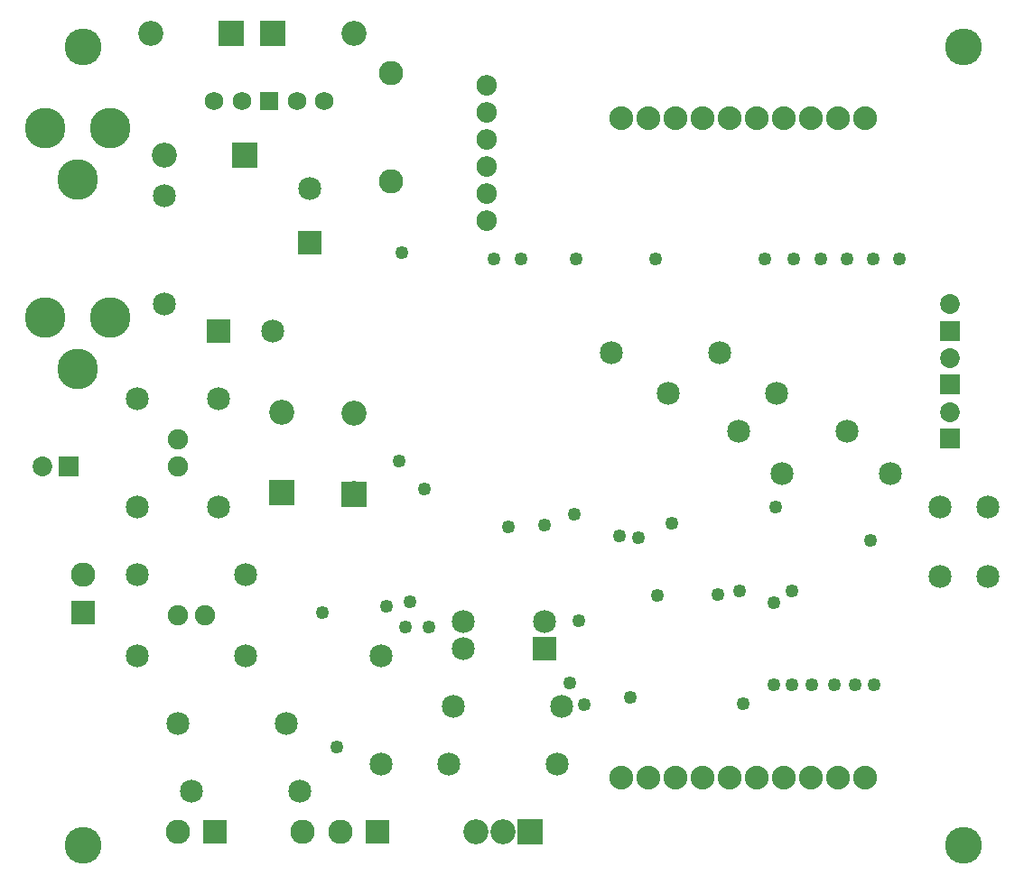
<source format=gts>
G04 MADE WITH FRITZING*
G04 WWW.FRITZING.ORG*
G04 DOUBLE SIDED*
G04 HOLES PLATED*
G04 CONTOUR ON CENTER OF CONTOUR VECTOR*
%ASAXBY*%
%FSLAX23Y23*%
%MOIN*%
%OFA0B0*%
%SFA1.0B1.0*%
%ADD10C,0.049370*%
%ADD11C,0.135984*%
%ADD12C,0.090000*%
%ADD13C,0.092000*%
%ADD14C,0.085000*%
%ADD15C,0.075000*%
%ADD16C,0.069000*%
%ADD17C,0.150000*%
%ADD18C,0.072992*%
%ADD19C,0.088000*%
%ADD20R,0.092000X0.092000*%
%ADD21R,0.085000X0.085000*%
%ADD22R,0.090000X0.090000*%
%ADD23R,0.069889X0.069000*%
%ADD24R,0.072992X0.072992*%
%ADD25R,0.001000X0.001000*%
%LNMASK1*%
G90*
G70*
G54D10*
X2224Y1349D03*
X2418Y1396D03*
X2295Y1341D03*
X1366Y1089D03*
X2366Y1128D03*
X2043Y806D03*
X1815Y1380D03*
X3153Y1333D03*
X1413Y1624D03*
X2059Y1428D03*
X2681Y727D03*
X1507Y1522D03*
X1523Y1010D03*
X1948Y1388D03*
X1129Y1065D03*
X1452Y1105D03*
X2094Y724D03*
X1437Y1010D03*
X2802Y1456D03*
X2074Y1034D03*
X2267Y750D03*
X1181Y569D03*
X1421Y2396D03*
G54D11*
X3494Y3154D03*
X244Y3154D03*
X3494Y204D03*
X244Y204D03*
G54D12*
X1381Y3058D03*
X1381Y2658D03*
G54D13*
X1894Y254D03*
X1794Y254D03*
X1694Y254D03*
G54D14*
X1949Y932D03*
X1649Y932D03*
X1949Y1032D03*
X1649Y1032D03*
X3409Y1199D03*
X3409Y1455D03*
X3586Y1199D03*
X3586Y1455D03*
G54D12*
X1332Y254D03*
X1194Y254D03*
X1057Y254D03*
X244Y1066D03*
X244Y1204D03*
X732Y254D03*
X594Y254D03*
G54D15*
X594Y1054D03*
X694Y1054D03*
X594Y1054D03*
X694Y1054D03*
X594Y1704D03*
X594Y1604D03*
X594Y1704D03*
X594Y1604D03*
G54D14*
X744Y2104D03*
X944Y2104D03*
X1082Y2432D03*
X1082Y2632D03*
G54D16*
X729Y2955D03*
X831Y2955D03*
X933Y2955D03*
X1034Y2955D03*
X1136Y2955D03*
G54D17*
X344Y2154D03*
X104Y2154D03*
X224Y1964D03*
X344Y2854D03*
X104Y2854D03*
X224Y2664D03*
G54D13*
X946Y3204D03*
X1244Y3204D03*
X842Y2754D03*
X544Y2754D03*
X1244Y1504D03*
X1244Y1802D03*
X980Y1508D03*
X980Y1806D03*
X792Y3204D03*
X494Y3204D03*
G54D14*
X1044Y404D03*
X644Y404D03*
X444Y1204D03*
X844Y1204D03*
X844Y904D03*
X444Y904D03*
X744Y1454D03*
X744Y1854D03*
X444Y1854D03*
X444Y1454D03*
X994Y654D03*
X594Y654D03*
X2824Y1577D03*
X3224Y1577D03*
X2194Y2026D03*
X2594Y2026D03*
X2407Y1876D03*
X2807Y1876D03*
X2666Y1735D03*
X3066Y1735D03*
X1611Y719D03*
X2011Y719D03*
X1594Y504D03*
X1994Y504D03*
X1344Y904D03*
X1344Y504D03*
X544Y2604D03*
X544Y2204D03*
G54D18*
X3444Y2105D03*
X3444Y2204D03*
X3444Y1907D03*
X3444Y2005D03*
X3444Y1707D03*
X3444Y1805D03*
X193Y1604D03*
X94Y1604D03*
G54D19*
X3132Y2892D03*
X3032Y2892D03*
X2932Y2892D03*
X2832Y2892D03*
X2732Y2892D03*
X2632Y2892D03*
X2532Y2892D03*
X2432Y2892D03*
X2332Y2892D03*
X2232Y2892D03*
X3132Y2892D03*
X3032Y2892D03*
X2932Y2892D03*
X2832Y2892D03*
X2732Y2892D03*
X2632Y2892D03*
X2532Y2892D03*
X2432Y2892D03*
X2332Y2892D03*
X2232Y2892D03*
X3131Y455D03*
X3031Y455D03*
X2931Y455D03*
X2831Y455D03*
X2731Y455D03*
X2631Y455D03*
X2531Y455D03*
X2431Y455D03*
X2331Y455D03*
X2231Y455D03*
X3131Y455D03*
X3031Y455D03*
X2931Y455D03*
X2831Y455D03*
X2731Y455D03*
X2631Y455D03*
X2531Y455D03*
X2431Y455D03*
X2331Y455D03*
X2231Y455D03*
G54D10*
X1763Y2372D03*
X1862Y2372D03*
X2066Y2372D03*
X2358Y2372D03*
X2763Y2372D03*
X2870Y2372D03*
X2968Y2372D03*
X3066Y2372D03*
X3161Y2372D03*
X3259Y2372D03*
X2590Y1132D03*
X2795Y1101D03*
X2669Y1144D03*
X2862Y1144D03*
X2795Y798D03*
X2862Y798D03*
X2937Y798D03*
X3019Y798D03*
X3094Y798D03*
X3165Y798D03*
G54D20*
X1894Y254D03*
G54D21*
X1949Y932D03*
G54D22*
X1332Y254D03*
X244Y1066D03*
X732Y254D03*
G54D21*
X744Y2104D03*
X1082Y2432D03*
G54D23*
X933Y2955D03*
G54D20*
X945Y3204D03*
X843Y2754D03*
X1244Y1503D03*
X980Y1507D03*
X793Y3204D03*
G54D24*
X3444Y2105D03*
X3444Y1907D03*
X3444Y1707D03*
X193Y1604D03*
G54D25*
X1729Y3050D02*
X1742Y3050D01*
X1725Y3049D02*
X1746Y3049D01*
X1722Y3048D02*
X1749Y3048D01*
X1719Y3047D02*
X1751Y3047D01*
X1717Y3046D02*
X1753Y3046D01*
X1716Y3045D02*
X1755Y3045D01*
X1714Y3044D02*
X1756Y3044D01*
X1713Y3043D02*
X1757Y3043D01*
X1712Y3042D02*
X1759Y3042D01*
X1710Y3041D02*
X1760Y3041D01*
X1709Y3040D02*
X1761Y3040D01*
X1708Y3039D02*
X1762Y3039D01*
X1707Y3038D02*
X1763Y3038D01*
X1707Y3037D02*
X1764Y3037D01*
X1706Y3036D02*
X1765Y3036D01*
X1705Y3035D02*
X1765Y3035D01*
X1704Y3034D02*
X1766Y3034D01*
X1704Y3033D02*
X1767Y3033D01*
X1703Y3032D02*
X1767Y3032D01*
X1702Y3031D02*
X1768Y3031D01*
X1702Y3030D02*
X1768Y3030D01*
X1701Y3029D02*
X1769Y3029D01*
X1701Y3028D02*
X1769Y3028D01*
X1701Y3027D02*
X1770Y3027D01*
X1700Y3026D02*
X1770Y3026D01*
X1700Y3025D02*
X1771Y3025D01*
X1699Y3024D02*
X1771Y3024D01*
X1699Y3023D02*
X1771Y3023D01*
X1699Y3022D02*
X1771Y3022D01*
X1699Y3021D02*
X1772Y3021D01*
X1698Y3020D02*
X1772Y3020D01*
X1698Y3019D02*
X1772Y3019D01*
X1698Y3018D02*
X1772Y3018D01*
X1698Y3017D02*
X1772Y3017D01*
X1698Y3016D02*
X1772Y3016D01*
X1698Y3015D02*
X1773Y3015D01*
X1698Y3014D02*
X1773Y3014D01*
X1698Y3013D02*
X1773Y3013D01*
X1698Y3012D02*
X1773Y3012D01*
X1698Y3011D02*
X1773Y3011D01*
X1698Y3010D02*
X1773Y3010D01*
X1698Y3009D02*
X1772Y3009D01*
X1698Y3008D02*
X1772Y3008D01*
X1698Y3007D02*
X1772Y3007D01*
X1698Y3006D02*
X1772Y3006D01*
X1699Y3005D02*
X1772Y3005D01*
X1699Y3004D02*
X1772Y3004D01*
X1699Y3003D02*
X1771Y3003D01*
X1699Y3002D02*
X1771Y3002D01*
X1700Y3001D02*
X1771Y3001D01*
X1700Y3000D02*
X1770Y3000D01*
X1700Y2999D02*
X1770Y2999D01*
X1701Y2998D02*
X1770Y2998D01*
X1701Y2997D02*
X1769Y2997D01*
X1702Y2996D02*
X1769Y2996D01*
X1702Y2995D02*
X1768Y2995D01*
X1703Y2994D02*
X1768Y2994D01*
X1703Y2993D02*
X1767Y2993D01*
X1704Y2992D02*
X1766Y2992D01*
X1705Y2991D02*
X1766Y2991D01*
X1705Y2990D02*
X1765Y2990D01*
X1706Y2989D02*
X1764Y2989D01*
X1707Y2988D02*
X1763Y2988D01*
X1708Y2987D02*
X1763Y2987D01*
X1709Y2986D02*
X1762Y2986D01*
X1710Y2985D02*
X1761Y2985D01*
X1711Y2984D02*
X1759Y2984D01*
X1712Y2983D02*
X1758Y2983D01*
X1714Y2982D02*
X1757Y2982D01*
X1715Y2981D02*
X1755Y2981D01*
X1717Y2980D02*
X1754Y2980D01*
X1718Y2979D02*
X1752Y2979D01*
X1720Y2978D02*
X1750Y2978D01*
X1723Y2977D02*
X1747Y2977D01*
X1726Y2976D02*
X1744Y2976D01*
X1732Y2975D02*
X1739Y2975D01*
X1729Y2950D02*
X1742Y2950D01*
X1725Y2949D02*
X1746Y2949D01*
X1722Y2948D02*
X1749Y2948D01*
X1719Y2947D02*
X1751Y2947D01*
X1717Y2946D02*
X1753Y2946D01*
X1716Y2945D02*
X1755Y2945D01*
X1714Y2944D02*
X1756Y2944D01*
X1713Y2943D02*
X1758Y2943D01*
X1712Y2942D02*
X1759Y2942D01*
X1710Y2941D02*
X1760Y2941D01*
X1709Y2940D02*
X1761Y2940D01*
X1708Y2939D02*
X1762Y2939D01*
X1707Y2938D02*
X1763Y2938D01*
X1707Y2937D02*
X1764Y2937D01*
X1706Y2936D02*
X1765Y2936D01*
X1705Y2935D02*
X1765Y2935D01*
X1704Y2934D02*
X1766Y2934D01*
X1704Y2933D02*
X1767Y2933D01*
X1703Y2932D02*
X1767Y2932D01*
X1702Y2931D02*
X1768Y2931D01*
X1702Y2930D02*
X1768Y2930D01*
X1701Y2929D02*
X1769Y2929D01*
X1701Y2928D02*
X1769Y2928D01*
X1701Y2927D02*
X1770Y2927D01*
X1700Y2926D02*
X1770Y2926D01*
X1700Y2925D02*
X1771Y2925D01*
X1699Y2924D02*
X1771Y2924D01*
X1699Y2923D02*
X1771Y2923D01*
X1699Y2922D02*
X1771Y2922D01*
X1699Y2921D02*
X1772Y2921D01*
X1698Y2920D02*
X1772Y2920D01*
X1698Y2919D02*
X1772Y2919D01*
X1698Y2918D02*
X1772Y2918D01*
X1698Y2917D02*
X1772Y2917D01*
X1698Y2916D02*
X1772Y2916D01*
X1698Y2915D02*
X1773Y2915D01*
X1698Y2914D02*
X1773Y2914D01*
X1698Y2913D02*
X1773Y2913D01*
X1698Y2912D02*
X1773Y2912D01*
X1698Y2911D02*
X1773Y2911D01*
X1698Y2910D02*
X1773Y2910D01*
X1698Y2909D02*
X1772Y2909D01*
X1698Y2908D02*
X1772Y2908D01*
X1698Y2907D02*
X1772Y2907D01*
X1698Y2906D02*
X1772Y2906D01*
X1699Y2905D02*
X1772Y2905D01*
X1699Y2904D02*
X1772Y2904D01*
X1699Y2903D02*
X1771Y2903D01*
X1699Y2902D02*
X1771Y2902D01*
X1700Y2901D02*
X1771Y2901D01*
X1700Y2900D02*
X1770Y2900D01*
X1700Y2899D02*
X1770Y2899D01*
X1701Y2898D02*
X1770Y2898D01*
X1701Y2897D02*
X1769Y2897D01*
X1702Y2896D02*
X1769Y2896D01*
X1702Y2895D02*
X1768Y2895D01*
X1703Y2894D02*
X1768Y2894D01*
X1703Y2893D02*
X1767Y2893D01*
X1704Y2892D02*
X1766Y2892D01*
X1705Y2891D02*
X1766Y2891D01*
X1705Y2890D02*
X1765Y2890D01*
X1706Y2889D02*
X1764Y2889D01*
X1707Y2888D02*
X1763Y2888D01*
X1708Y2887D02*
X1763Y2887D01*
X1709Y2886D02*
X1762Y2886D01*
X1710Y2885D02*
X1761Y2885D01*
X1711Y2884D02*
X1759Y2884D01*
X1712Y2883D02*
X1758Y2883D01*
X1714Y2882D02*
X1757Y2882D01*
X1715Y2881D02*
X1755Y2881D01*
X1717Y2880D02*
X1754Y2880D01*
X1718Y2879D02*
X1752Y2879D01*
X1720Y2878D02*
X1750Y2878D01*
X1723Y2877D02*
X1747Y2877D01*
X1726Y2876D02*
X1744Y2876D01*
X1732Y2875D02*
X1739Y2875D01*
X1729Y2850D02*
X1742Y2850D01*
X1724Y2849D02*
X1746Y2849D01*
X1722Y2848D02*
X1749Y2848D01*
X1719Y2847D02*
X1751Y2847D01*
X1717Y2846D02*
X1753Y2846D01*
X1716Y2845D02*
X1755Y2845D01*
X1714Y2844D02*
X1756Y2844D01*
X1713Y2843D02*
X1758Y2843D01*
X1712Y2842D02*
X1759Y2842D01*
X1710Y2841D02*
X1760Y2841D01*
X1709Y2840D02*
X1761Y2840D01*
X1708Y2839D02*
X1762Y2839D01*
X1707Y2838D02*
X1763Y2838D01*
X1707Y2837D02*
X1764Y2837D01*
X1706Y2836D02*
X1765Y2836D01*
X1705Y2835D02*
X1765Y2835D01*
X1704Y2834D02*
X1766Y2834D01*
X1704Y2833D02*
X1767Y2833D01*
X1703Y2832D02*
X1767Y2832D01*
X1702Y2831D02*
X1768Y2831D01*
X1702Y2830D02*
X1769Y2830D01*
X1701Y2829D02*
X1769Y2829D01*
X1701Y2828D02*
X1769Y2828D01*
X1701Y2827D02*
X1770Y2827D01*
X1700Y2826D02*
X1770Y2826D01*
X1700Y2825D02*
X1771Y2825D01*
X1699Y2824D02*
X1771Y2824D01*
X1699Y2823D02*
X1771Y2823D01*
X1699Y2822D02*
X1771Y2822D01*
X1699Y2821D02*
X1772Y2821D01*
X1698Y2820D02*
X1772Y2820D01*
X1698Y2819D02*
X1772Y2819D01*
X1698Y2818D02*
X1772Y2818D01*
X1698Y2817D02*
X1772Y2817D01*
X1698Y2816D02*
X1773Y2816D01*
X1698Y2815D02*
X1773Y2815D01*
X1698Y2814D02*
X1773Y2814D01*
X1698Y2813D02*
X1773Y2813D01*
X1698Y2812D02*
X1773Y2812D01*
X1698Y2811D02*
X1773Y2811D01*
X1698Y2810D02*
X1773Y2810D01*
X1698Y2809D02*
X1772Y2809D01*
X1698Y2808D02*
X1772Y2808D01*
X1698Y2807D02*
X1772Y2807D01*
X1698Y2806D02*
X1772Y2806D01*
X1699Y2805D02*
X1772Y2805D01*
X1699Y2804D02*
X1772Y2804D01*
X1699Y2803D02*
X1771Y2803D01*
X1699Y2802D02*
X1771Y2802D01*
X1700Y2801D02*
X1771Y2801D01*
X1700Y2800D02*
X1770Y2800D01*
X1700Y2799D02*
X1770Y2799D01*
X1701Y2798D02*
X1770Y2798D01*
X1701Y2797D02*
X1769Y2797D01*
X1702Y2796D02*
X1769Y2796D01*
X1702Y2795D02*
X1768Y2795D01*
X1703Y2794D02*
X1768Y2794D01*
X1703Y2793D02*
X1767Y2793D01*
X1704Y2792D02*
X1766Y2792D01*
X1705Y2791D02*
X1766Y2791D01*
X1705Y2790D02*
X1765Y2790D01*
X1706Y2789D02*
X1764Y2789D01*
X1707Y2788D02*
X1763Y2788D01*
X1708Y2787D02*
X1763Y2787D01*
X1709Y2786D02*
X1762Y2786D01*
X1710Y2785D02*
X1761Y2785D01*
X1711Y2784D02*
X1759Y2784D01*
X1712Y2783D02*
X1758Y2783D01*
X1714Y2782D02*
X1757Y2782D01*
X1715Y2781D02*
X1755Y2781D01*
X1717Y2780D02*
X1754Y2780D01*
X1718Y2779D02*
X1752Y2779D01*
X1720Y2778D02*
X1750Y2778D01*
X1723Y2777D02*
X1747Y2777D01*
X1727Y2776D02*
X1744Y2776D01*
X1732Y2775D02*
X1738Y2775D01*
X1729Y2750D02*
X1742Y2750D01*
X1724Y2749D02*
X1746Y2749D01*
X1722Y2748D02*
X1749Y2748D01*
X1719Y2747D02*
X1751Y2747D01*
X1717Y2746D02*
X1753Y2746D01*
X1716Y2745D02*
X1755Y2745D01*
X1714Y2744D02*
X1756Y2744D01*
X1713Y2743D02*
X1758Y2743D01*
X1712Y2742D02*
X1759Y2742D01*
X1710Y2741D02*
X1760Y2741D01*
X1709Y2740D02*
X1761Y2740D01*
X1708Y2739D02*
X1762Y2739D01*
X1707Y2738D02*
X1763Y2738D01*
X1707Y2737D02*
X1764Y2737D01*
X1706Y2736D02*
X1765Y2736D01*
X1705Y2735D02*
X1765Y2735D01*
X1704Y2734D02*
X1766Y2734D01*
X1704Y2733D02*
X1767Y2733D01*
X1703Y2732D02*
X1767Y2732D01*
X1702Y2731D02*
X1768Y2731D01*
X1702Y2730D02*
X1768Y2730D01*
X1701Y2729D02*
X1769Y2729D01*
X1701Y2728D02*
X1769Y2728D01*
X1701Y2727D02*
X1770Y2727D01*
X1700Y2726D02*
X1770Y2726D01*
X1700Y2725D02*
X1771Y2725D01*
X1699Y2724D02*
X1771Y2724D01*
X1699Y2723D02*
X1771Y2723D01*
X1699Y2722D02*
X1771Y2722D01*
X1699Y2721D02*
X1772Y2721D01*
X1698Y2720D02*
X1772Y2720D01*
X1698Y2719D02*
X1772Y2719D01*
X1698Y2718D02*
X1772Y2718D01*
X1698Y2717D02*
X1772Y2717D01*
X1698Y2716D02*
X1773Y2716D01*
X1698Y2715D02*
X1773Y2715D01*
X1698Y2714D02*
X1773Y2714D01*
X1698Y2713D02*
X1773Y2713D01*
X1698Y2712D02*
X1773Y2712D01*
X1698Y2711D02*
X1773Y2711D01*
X1698Y2710D02*
X1773Y2710D01*
X1698Y2709D02*
X1772Y2709D01*
X1698Y2708D02*
X1772Y2708D01*
X1698Y2707D02*
X1772Y2707D01*
X1698Y2706D02*
X1772Y2706D01*
X1699Y2705D02*
X1772Y2705D01*
X1699Y2704D02*
X1772Y2704D01*
X1699Y2703D02*
X1771Y2703D01*
X1699Y2702D02*
X1771Y2702D01*
X1700Y2701D02*
X1771Y2701D01*
X1700Y2700D02*
X1770Y2700D01*
X1700Y2699D02*
X1770Y2699D01*
X1701Y2698D02*
X1770Y2698D01*
X1701Y2697D02*
X1769Y2697D01*
X1702Y2696D02*
X1769Y2696D01*
X1702Y2695D02*
X1768Y2695D01*
X1703Y2694D02*
X1768Y2694D01*
X1703Y2693D02*
X1767Y2693D01*
X1704Y2692D02*
X1766Y2692D01*
X1705Y2691D02*
X1766Y2691D01*
X1705Y2690D02*
X1765Y2690D01*
X1706Y2689D02*
X1764Y2689D01*
X1707Y2688D02*
X1763Y2688D01*
X1708Y2687D02*
X1763Y2687D01*
X1709Y2686D02*
X1762Y2686D01*
X1710Y2685D02*
X1761Y2685D01*
X1711Y2684D02*
X1759Y2684D01*
X1712Y2683D02*
X1758Y2683D01*
X1714Y2682D02*
X1757Y2682D01*
X1715Y2681D02*
X1755Y2681D01*
X1717Y2680D02*
X1754Y2680D01*
X1718Y2679D02*
X1752Y2679D01*
X1720Y2678D02*
X1750Y2678D01*
X1723Y2677D02*
X1747Y2677D01*
X1727Y2676D02*
X1744Y2676D01*
X1732Y2675D02*
X1738Y2675D01*
X1729Y2650D02*
X1742Y2650D01*
X1724Y2649D02*
X1746Y2649D01*
X1722Y2648D02*
X1749Y2648D01*
X1719Y2647D02*
X1751Y2647D01*
X1717Y2646D02*
X1753Y2646D01*
X1716Y2645D02*
X1755Y2645D01*
X1714Y2644D02*
X1756Y2644D01*
X1713Y2643D02*
X1758Y2643D01*
X1712Y2642D02*
X1759Y2642D01*
X1710Y2641D02*
X1760Y2641D01*
X1709Y2640D02*
X1761Y2640D01*
X1708Y2639D02*
X1762Y2639D01*
X1707Y2638D02*
X1763Y2638D01*
X1707Y2637D02*
X1764Y2637D01*
X1706Y2636D02*
X1765Y2636D01*
X1705Y2635D02*
X1765Y2635D01*
X1704Y2634D02*
X1766Y2634D01*
X1704Y2633D02*
X1767Y2633D01*
X1703Y2632D02*
X1767Y2632D01*
X1702Y2631D02*
X1768Y2631D01*
X1702Y2630D02*
X1769Y2630D01*
X1701Y2629D02*
X1769Y2629D01*
X1701Y2628D02*
X1769Y2628D01*
X1701Y2627D02*
X1770Y2627D01*
X1700Y2626D02*
X1770Y2626D01*
X1700Y2625D02*
X1771Y2625D01*
X1699Y2624D02*
X1771Y2624D01*
X1699Y2623D02*
X1771Y2623D01*
X1699Y2622D02*
X1771Y2622D01*
X1699Y2621D02*
X1772Y2621D01*
X1698Y2620D02*
X1772Y2620D01*
X1698Y2619D02*
X1772Y2619D01*
X1698Y2618D02*
X1772Y2618D01*
X1698Y2617D02*
X1772Y2617D01*
X1698Y2616D02*
X1773Y2616D01*
X1698Y2615D02*
X1773Y2615D01*
X1698Y2614D02*
X1773Y2614D01*
X1698Y2613D02*
X1773Y2613D01*
X1698Y2612D02*
X1773Y2612D01*
X1698Y2611D02*
X1773Y2611D01*
X1698Y2610D02*
X1773Y2610D01*
X1698Y2609D02*
X1772Y2609D01*
X1698Y2608D02*
X1772Y2608D01*
X1698Y2607D02*
X1772Y2607D01*
X1698Y2606D02*
X1772Y2606D01*
X1699Y2605D02*
X1772Y2605D01*
X1699Y2604D02*
X1772Y2604D01*
X1699Y2603D02*
X1771Y2603D01*
X1699Y2602D02*
X1771Y2602D01*
X1700Y2601D02*
X1771Y2601D01*
X1700Y2600D02*
X1770Y2600D01*
X1700Y2599D02*
X1770Y2599D01*
X1701Y2598D02*
X1770Y2598D01*
X1701Y2597D02*
X1769Y2597D01*
X1702Y2596D02*
X1769Y2596D01*
X1702Y2595D02*
X1768Y2595D01*
X1703Y2594D02*
X1768Y2594D01*
X1703Y2593D02*
X1767Y2593D01*
X1704Y2592D02*
X1766Y2592D01*
X1705Y2591D02*
X1766Y2591D01*
X1705Y2590D02*
X1765Y2590D01*
X1706Y2589D02*
X1764Y2589D01*
X1707Y2588D02*
X1763Y2588D01*
X1708Y2587D02*
X1763Y2587D01*
X1709Y2586D02*
X1762Y2586D01*
X1710Y2585D02*
X1761Y2585D01*
X1711Y2584D02*
X1759Y2584D01*
X1712Y2583D02*
X1758Y2583D01*
X1714Y2582D02*
X1757Y2582D01*
X1715Y2581D02*
X1755Y2581D01*
X1717Y2580D02*
X1754Y2580D01*
X1718Y2579D02*
X1752Y2579D01*
X1720Y2578D02*
X1750Y2578D01*
X1723Y2577D02*
X1747Y2577D01*
X1727Y2576D02*
X1744Y2576D01*
X1732Y2575D02*
X1738Y2575D01*
X1728Y2550D02*
X1742Y2550D01*
X1724Y2549D02*
X1746Y2549D01*
X1722Y2548D02*
X1749Y2548D01*
X1719Y2547D02*
X1751Y2547D01*
X1717Y2546D02*
X1753Y2546D01*
X1716Y2545D02*
X1755Y2545D01*
X1714Y2544D02*
X1756Y2544D01*
X1713Y2543D02*
X1758Y2543D01*
X1712Y2542D02*
X1759Y2542D01*
X1710Y2541D02*
X1760Y2541D01*
X1709Y2540D02*
X1761Y2540D01*
X1708Y2539D02*
X1762Y2539D01*
X1707Y2538D02*
X1763Y2538D01*
X1706Y2537D02*
X1764Y2537D01*
X1706Y2536D02*
X1765Y2536D01*
X1705Y2535D02*
X1765Y2535D01*
X1704Y2534D02*
X1766Y2534D01*
X1704Y2533D02*
X1767Y2533D01*
X1703Y2532D02*
X1767Y2532D01*
X1702Y2531D02*
X1768Y2531D01*
X1702Y2530D02*
X1769Y2530D01*
X1701Y2529D02*
X1769Y2529D01*
X1701Y2528D02*
X1769Y2528D01*
X1701Y2527D02*
X1770Y2527D01*
X1700Y2526D02*
X1770Y2526D01*
X1700Y2525D02*
X1771Y2525D01*
X1699Y2524D02*
X1771Y2524D01*
X1699Y2523D02*
X1771Y2523D01*
X1699Y2522D02*
X1771Y2522D01*
X1699Y2521D02*
X1772Y2521D01*
X1698Y2520D02*
X1772Y2520D01*
X1698Y2519D02*
X1772Y2519D01*
X1698Y2518D02*
X1772Y2518D01*
X1698Y2517D02*
X1772Y2517D01*
X1698Y2516D02*
X1773Y2516D01*
X1698Y2515D02*
X1773Y2515D01*
X1698Y2514D02*
X1773Y2514D01*
X1698Y2513D02*
X1773Y2513D01*
X1698Y2512D02*
X1773Y2512D01*
X1698Y2511D02*
X1773Y2511D01*
X1698Y2510D02*
X1773Y2510D01*
X1698Y2509D02*
X1772Y2509D01*
X1698Y2508D02*
X1772Y2508D01*
X1698Y2507D02*
X1772Y2507D01*
X1698Y2506D02*
X1772Y2506D01*
X1699Y2505D02*
X1772Y2505D01*
X1699Y2504D02*
X1772Y2504D01*
X1699Y2503D02*
X1771Y2503D01*
X1699Y2502D02*
X1771Y2502D01*
X1700Y2501D02*
X1771Y2501D01*
X1700Y2500D02*
X1770Y2500D01*
X1700Y2499D02*
X1770Y2499D01*
X1701Y2498D02*
X1770Y2498D01*
X1701Y2497D02*
X1769Y2497D01*
X1702Y2496D02*
X1769Y2496D01*
X1702Y2495D02*
X1768Y2495D01*
X1703Y2494D02*
X1768Y2494D01*
X1703Y2493D02*
X1767Y2493D01*
X1704Y2492D02*
X1766Y2492D01*
X1705Y2491D02*
X1766Y2491D01*
X1705Y2490D02*
X1765Y2490D01*
X1706Y2489D02*
X1764Y2489D01*
X1707Y2488D02*
X1763Y2488D01*
X1708Y2487D02*
X1763Y2487D01*
X1709Y2486D02*
X1762Y2486D01*
X1710Y2485D02*
X1761Y2485D01*
X1711Y2484D02*
X1759Y2484D01*
X1712Y2483D02*
X1758Y2483D01*
X1714Y2482D02*
X1757Y2482D01*
X1715Y2481D02*
X1755Y2481D01*
X1717Y2480D02*
X1754Y2480D01*
X1719Y2479D02*
X1752Y2479D01*
X1721Y2478D02*
X1750Y2478D01*
X1723Y2477D02*
X1747Y2477D01*
X1727Y2476D02*
X1744Y2476D01*
X1733Y2475D02*
X1738Y2475D01*
D02*
G04 End of Mask1*
M02*
</source>
